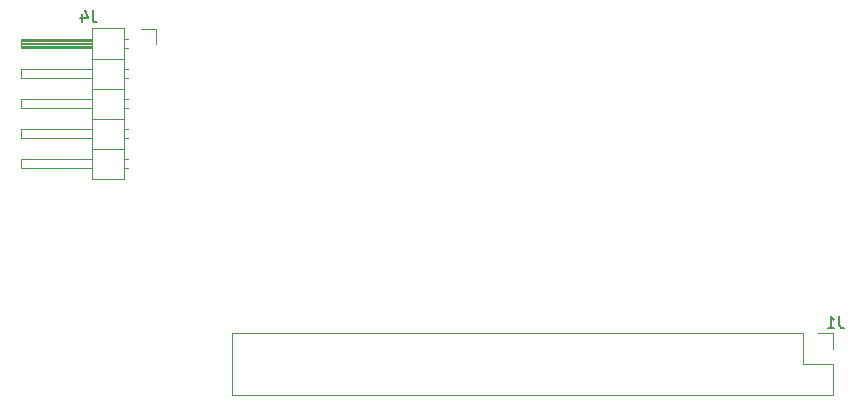
<source format=gbr>
G04 #@! TF.GenerationSoftware,KiCad,Pcbnew,(5.0.2)-1*
G04 #@! TF.CreationDate,2021-02-20T21:55:20+01:00*
G04 #@! TF.ProjectId,Radmesser,5261646d-6573-4736-9572-2e6b69636164,rev?*
G04 #@! TF.SameCoordinates,Original*
G04 #@! TF.FileFunction,Legend,Bot*
G04 #@! TF.FilePolarity,Positive*
%FSLAX46Y46*%
G04 Gerber Fmt 4.6, Leading zero omitted, Abs format (unit mm)*
G04 Created by KiCad (PCBNEW (5.0.2)-1) date 20.02.2021 21:55:20*
%MOMM*%
%LPD*%
G01*
G04 APERTURE LIST*
%ADD10C,0.120000*%
%ADD11C,0.150000*%
G04 APERTURE END LIST*
D10*
G04 #@! TO.C,J1*
X196656000Y-116840000D02*
X196656000Y-115510000D01*
X196656000Y-115510000D02*
X195326000Y-115510000D01*
X196656000Y-118110000D02*
X194056000Y-118110000D01*
X194056000Y-118110000D02*
X194056000Y-115510000D01*
X194056000Y-115510000D02*
X145736000Y-115510000D01*
X145736000Y-120710000D02*
X145736000Y-115510000D01*
X196656000Y-120710000D02*
X145736000Y-120710000D01*
X196656000Y-120710000D02*
X196656000Y-118110000D01*
G04 #@! TO.C,J4*
X139270000Y-89730000D02*
X138000000Y-89730000D01*
X139270000Y-91000000D02*
X139270000Y-89730000D01*
X136957071Y-101540000D02*
X136560000Y-101540000D01*
X136957071Y-100780000D02*
X136560000Y-100780000D01*
X127900000Y-101540000D02*
X133900000Y-101540000D01*
X127900000Y-100780000D02*
X127900000Y-101540000D01*
X133900000Y-100780000D02*
X127900000Y-100780000D01*
X136560000Y-99890000D02*
X133900000Y-99890000D01*
X136957071Y-99000000D02*
X136560000Y-99000000D01*
X136957071Y-98240000D02*
X136560000Y-98240000D01*
X127900000Y-99000000D02*
X133900000Y-99000000D01*
X127900000Y-98240000D02*
X127900000Y-99000000D01*
X133900000Y-98240000D02*
X127900000Y-98240000D01*
X136560000Y-97350000D02*
X133900000Y-97350000D01*
X136957071Y-96460000D02*
X136560000Y-96460000D01*
X136957071Y-95700000D02*
X136560000Y-95700000D01*
X127900000Y-96460000D02*
X133900000Y-96460000D01*
X127900000Y-95700000D02*
X127900000Y-96460000D01*
X133900000Y-95700000D02*
X127900000Y-95700000D01*
X136560000Y-94810000D02*
X133900000Y-94810000D01*
X136957071Y-93920000D02*
X136560000Y-93920000D01*
X136957071Y-93160000D02*
X136560000Y-93160000D01*
X127900000Y-93920000D02*
X133900000Y-93920000D01*
X127900000Y-93160000D02*
X127900000Y-93920000D01*
X133900000Y-93160000D02*
X127900000Y-93160000D01*
X136560000Y-92270000D02*
X133900000Y-92270000D01*
X136890000Y-91380000D02*
X136560000Y-91380000D01*
X136890000Y-90620000D02*
X136560000Y-90620000D01*
X133900000Y-91280000D02*
X127900000Y-91280000D01*
X133900000Y-91160000D02*
X127900000Y-91160000D01*
X133900000Y-91040000D02*
X127900000Y-91040000D01*
X133900000Y-90920000D02*
X127900000Y-90920000D01*
X133900000Y-90800000D02*
X127900000Y-90800000D01*
X133900000Y-90680000D02*
X127900000Y-90680000D01*
X127900000Y-91380000D02*
X133900000Y-91380000D01*
X127900000Y-90620000D02*
X127900000Y-91380000D01*
X133900000Y-90620000D02*
X127900000Y-90620000D01*
X133900000Y-89670000D02*
X136560000Y-89670000D01*
X133900000Y-102490000D02*
X133900000Y-89670000D01*
X136560000Y-102490000D02*
X133900000Y-102490000D01*
X136560000Y-89670000D02*
X136560000Y-102490000D01*
G04 #@! TO.C,J1*
D11*
X197171333Y-114084380D02*
X197171333Y-114798666D01*
X197218952Y-114941523D01*
X197314190Y-115036761D01*
X197457047Y-115084380D01*
X197552285Y-115084380D01*
X196171333Y-115084380D02*
X196742761Y-115084380D01*
X196457047Y-115084380D02*
X196457047Y-114084380D01*
X196552285Y-114227238D01*
X196647523Y-114322476D01*
X196742761Y-114370095D01*
G04 #@! TO.C,J4*
X133948333Y-88182380D02*
X133948333Y-88896666D01*
X133995952Y-89039523D01*
X134091190Y-89134761D01*
X134234047Y-89182380D01*
X134329285Y-89182380D01*
X133043571Y-88515714D02*
X133043571Y-89182380D01*
X133281666Y-88134761D02*
X133519761Y-88849047D01*
X132900714Y-88849047D01*
G04 #@! TD*
M02*

</source>
